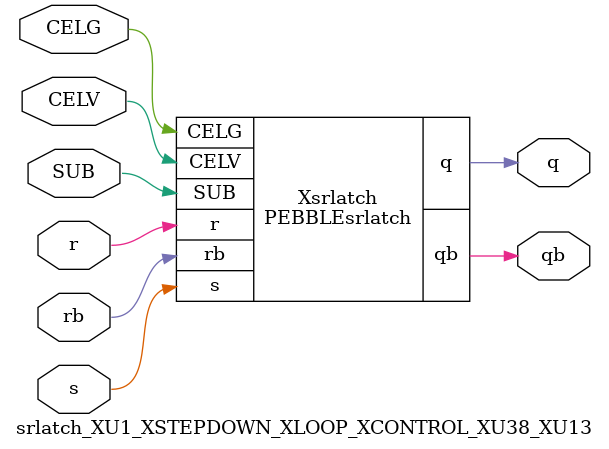
<source format=v>



module PEBBLEsrlatch ( q, qb, CELG, CELV, SUB, r, rb, s );

  input CELV;
  input s;
  output q;
  input rb;
  input r;
  input SUB;
  input CELG;
  output qb;
endmodule

//Celera Confidential Do Not Copy srlatch_XU1_XSTEPDOWN_XLOOP_XCONTROL_XU38_XU13
//Celera Confidential Symbol Generator
//SR Latch
module srlatch_XU1_XSTEPDOWN_XLOOP_XCONTROL_XU38_XU13 (CELV,CELG,s,r,rb,q,qb,SUB);
input CELV;
input CELG;
input s;
input r;
input rb;
input SUB;
output q;
output qb;

//Celera Confidential Do Not Copy srlatch
PEBBLEsrlatch Xsrlatch(
.CELV (CELV),
.r (r),
.s (s),
.q (q),
.qb (qb),
.rb (rb),
.SUB (SUB),
.CELG (CELG)
);
//,diesize,PEBBLEsrlatch

//Celera Confidential Do Not Copy Module End
//Celera Schematic Generator
endmodule

</source>
